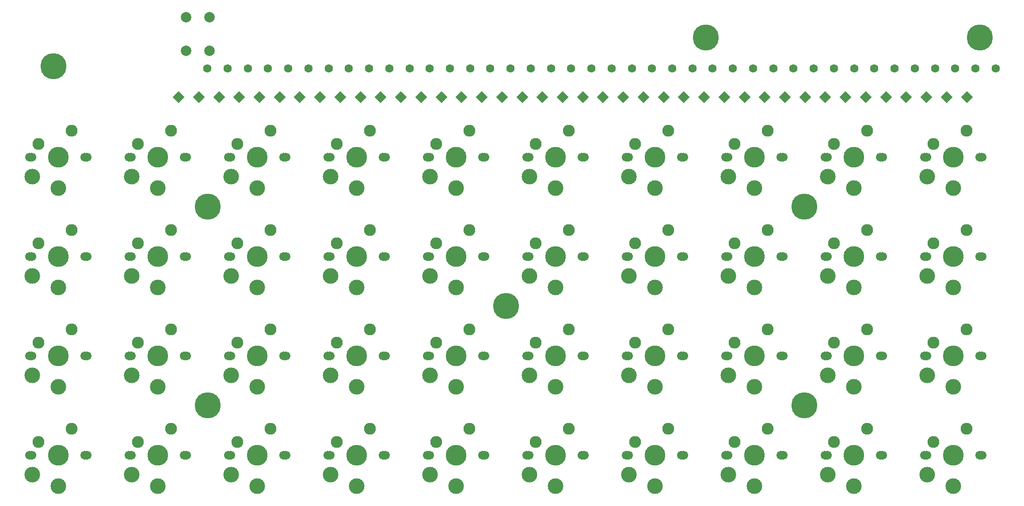
<source format=gts>
G04 #@! TF.GenerationSoftware,KiCad,Pcbnew,6.0.7-f9a2dced07~116~ubuntu20.04.1*
G04 #@! TF.CreationDate,2022-09-18T13:16:26+08:00*
G04 #@! TF.ProjectId,keyboard v3,6b657962-6f61-4726-9420-76332e6b6963,rev?*
G04 #@! TF.SameCoordinates,Original*
G04 #@! TF.FileFunction,Soldermask,Top*
G04 #@! TF.FilePolarity,Negative*
%FSLAX46Y46*%
G04 Gerber Fmt 4.6, Leading zero omitted, Abs format (unit mm)*
G04 Created by KiCad (PCBNEW 6.0.7-f9a2dced07~116~ubuntu20.04.1) date 2022-09-18 13:16:26*
%MOMM*%
%LPD*%
G01*
G04 APERTURE LIST*
G04 Aperture macros list*
%AMRotRect*
0 Rectangle, with rotation*
0 The origin of the aperture is its center*
0 $1 length*
0 $2 width*
0 $3 Rotation angle, in degrees counterclockwise*
0 Add horizontal line*
21,1,$1,$2,0,0,$3*%
G04 Aperture macros list end*
%ADD10C,1.701800*%
%ADD11C,3.000000*%
%ADD12C,3.987800*%
%ADD13C,2.286000*%
%ADD14RotRect,1.600000X1.600000X45.000000*%
%ADD15C,1.600000*%
%ADD16C,5.000000*%
%ADD17C,2.000000*%
G04 APERTURE END LIST*
D10*
X62487500Y-95500000D03*
X73067500Y-95500000D03*
D11*
X62987500Y-99250000D03*
D12*
X67987500Y-95500000D03*
D10*
X73487500Y-95500000D03*
X62907500Y-95500000D03*
D11*
X67987500Y-101450000D03*
D13*
X70527500Y-90420000D03*
X64177500Y-92960000D03*
D14*
X114260548Y-64957716D03*
D15*
X119775980Y-59442284D03*
D10*
X177207500Y-114550000D03*
D12*
X182287500Y-114550000D03*
D10*
X187367500Y-114550000D03*
D11*
X182287500Y-120500000D03*
D10*
X187787500Y-114550000D03*
X176787500Y-114550000D03*
D11*
X177287500Y-118300000D03*
D13*
X184827500Y-109470000D03*
X178477500Y-112010000D03*
D10*
X139107500Y-133600000D03*
D12*
X144187500Y-133600000D03*
D11*
X144187500Y-139550000D03*
D10*
X149267500Y-133600000D03*
X149687500Y-133600000D03*
X138687500Y-133600000D03*
D11*
X139187500Y-137350000D03*
D13*
X146727500Y-128520000D03*
X140377500Y-131060000D03*
D10*
X130217500Y-114550000D03*
X119637500Y-114550000D03*
X120057500Y-114550000D03*
D11*
X125137500Y-120500000D03*
D10*
X130637500Y-114550000D03*
D11*
X120137500Y-118300000D03*
D12*
X125137500Y-114550000D03*
D13*
X127677500Y-109470000D03*
X121327500Y-112010000D03*
D16*
X96567500Y-124080000D03*
X210867500Y-85990000D03*
D11*
X182287500Y-101450000D03*
D10*
X187367500Y-95500000D03*
X176787500Y-95500000D03*
X187787500Y-95500000D03*
X177207500Y-95500000D03*
D12*
X182287500Y-95500000D03*
D11*
X177287500Y-99250000D03*
D13*
X184827500Y-90420000D03*
X178477500Y-92960000D03*
D14*
X106516960Y-64957716D03*
D15*
X112032392Y-59442284D03*
D11*
X82037500Y-137350000D03*
D10*
X92117500Y-133600000D03*
X81537500Y-133600000D03*
D12*
X87037500Y-133600000D03*
D10*
X92537500Y-133600000D03*
X81957500Y-133600000D03*
D11*
X87037500Y-139550000D03*
D13*
X89577500Y-128520000D03*
X83227500Y-131060000D03*
D14*
X211055398Y-64957716D03*
D15*
X216570830Y-59442284D03*
D10*
X234357500Y-114550000D03*
D11*
X234437500Y-118300000D03*
D10*
X233937500Y-114550000D03*
D11*
X239437500Y-120500000D03*
D10*
X244937500Y-114550000D03*
X244517500Y-114550000D03*
D12*
X239437500Y-114550000D03*
D13*
X241977500Y-109470000D03*
X235627500Y-112010000D03*
D16*
X67037500Y-59000000D03*
D10*
X119637500Y-133600000D03*
X130217500Y-133600000D03*
X120057500Y-133600000D03*
D11*
X125137500Y-139550000D03*
D12*
X125137500Y-133600000D03*
D10*
X130637500Y-133600000D03*
D11*
X120137500Y-137350000D03*
D13*
X127677500Y-128520000D03*
X121327500Y-131060000D03*
D11*
X220387500Y-82400000D03*
D10*
X225467500Y-76450000D03*
X215307500Y-76450000D03*
D12*
X220387500Y-76450000D03*
D10*
X214887500Y-76450000D03*
X225887500Y-76450000D03*
D11*
X215387500Y-80200000D03*
D13*
X222927500Y-71370000D03*
X216577500Y-73910000D03*
D10*
X168317500Y-76450000D03*
D11*
X163237500Y-82400000D03*
X158237500Y-80200000D03*
D10*
X168737500Y-76450000D03*
X158157500Y-76450000D03*
X157737500Y-76450000D03*
D12*
X163237500Y-76450000D03*
D13*
X165777500Y-71370000D03*
X159427500Y-73910000D03*
D11*
X177287500Y-137350000D03*
D10*
X177207500Y-133600000D03*
D12*
X182287500Y-133600000D03*
D10*
X187787500Y-133600000D03*
D11*
X182287500Y-139550000D03*
D10*
X176787500Y-133600000D03*
X187367500Y-133600000D03*
D13*
X184827500Y-128520000D03*
X178477500Y-131060000D03*
D10*
X206837500Y-76450000D03*
X195837500Y-76450000D03*
D11*
X196337500Y-80200000D03*
D12*
X201337500Y-76450000D03*
D10*
X196257500Y-76450000D03*
D11*
X201337500Y-82400000D03*
D10*
X206417500Y-76450000D03*
D13*
X203877500Y-71370000D03*
X197527500Y-73910000D03*
D14*
X102645166Y-64957716D03*
D15*
X108160598Y-59442284D03*
D10*
X62487500Y-114550000D03*
X73487500Y-114550000D03*
X73067500Y-114550000D03*
X62907500Y-114550000D03*
D12*
X67987500Y-114550000D03*
D11*
X62987500Y-118300000D03*
X67987500Y-120500000D03*
D13*
X70527500Y-109470000D03*
X64177500Y-112010000D03*
D14*
X195568222Y-64957716D03*
D15*
X201083654Y-59442284D03*
D11*
X163237500Y-101450000D03*
D10*
X157737500Y-95500000D03*
X168737500Y-95500000D03*
X168317500Y-95500000D03*
D11*
X158237500Y-99250000D03*
D12*
X163237500Y-95500000D03*
D10*
X158157500Y-95500000D03*
D13*
X165777500Y-90420000D03*
X159427500Y-92960000D03*
D12*
X201337500Y-133600000D03*
D11*
X201337500Y-139550000D03*
X196337500Y-137350000D03*
D10*
X195837500Y-133600000D03*
X196257500Y-133600000D03*
X206417500Y-133600000D03*
X206837500Y-133600000D03*
D13*
X203877500Y-128520000D03*
X197527500Y-131060000D03*
D16*
X210867500Y-124070000D03*
D12*
X201337500Y-95500000D03*
D10*
X195837500Y-95500000D03*
X206417500Y-95500000D03*
D11*
X196337500Y-99250000D03*
X201337500Y-101450000D03*
D10*
X206837500Y-95500000D03*
X196257500Y-95500000D03*
D13*
X203877500Y-90420000D03*
X197527500Y-92960000D03*
D14*
X141363106Y-64957716D03*
D15*
X146878538Y-59442284D03*
D14*
X149106694Y-64957716D03*
D15*
X154622126Y-59442284D03*
D14*
X164593870Y-64957716D03*
D15*
X170109302Y-59442284D03*
D14*
X118132342Y-64957716D03*
D15*
X123647774Y-59442284D03*
D14*
X222670780Y-64957716D03*
D15*
X228186212Y-59442284D03*
D14*
X226542574Y-64957716D03*
D15*
X232058006Y-59442284D03*
D14*
X203311810Y-64957716D03*
D15*
X208827242Y-59442284D03*
D11*
X120137500Y-80200000D03*
D10*
X130217500Y-76450000D03*
D11*
X125137500Y-82400000D03*
D10*
X119637500Y-76450000D03*
X130637500Y-76450000D03*
D12*
X125137500Y-76450000D03*
D10*
X120057500Y-76450000D03*
D13*
X127677500Y-71370000D03*
X121327500Y-73910000D03*
D14*
X156850282Y-64957716D03*
D15*
X162365714Y-59442284D03*
D10*
X100587500Y-133600000D03*
X101007500Y-133600000D03*
D11*
X106087500Y-139550000D03*
D12*
X106087500Y-133600000D03*
D10*
X111587500Y-133600000D03*
D11*
X101087500Y-137350000D03*
D10*
X111167500Y-133600000D03*
D13*
X108627500Y-128520000D03*
X102277500Y-131060000D03*
D14*
X230414368Y-64957716D03*
D15*
X235929800Y-59442284D03*
D14*
X125875930Y-64957716D03*
D15*
X131391362Y-59442284D03*
D16*
X153717500Y-105020000D03*
D10*
X244517500Y-133600000D03*
D11*
X234437500Y-137350000D03*
X239437500Y-139550000D03*
D10*
X234357500Y-133600000D03*
D12*
X239437500Y-133600000D03*
D10*
X244937500Y-133600000D03*
X233937500Y-133600000D03*
D13*
X241977500Y-128520000D03*
X235627500Y-131060000D03*
D16*
X192037500Y-53500000D03*
D11*
X144187500Y-101450000D03*
D10*
X139107500Y-95500000D03*
D12*
X144187500Y-95500000D03*
D10*
X149267500Y-95500000D03*
X138687500Y-95500000D03*
X149687500Y-95500000D03*
D11*
X139187500Y-99250000D03*
D13*
X146727500Y-90420000D03*
X140377500Y-92960000D03*
D14*
X152978488Y-64957716D03*
D15*
X158493920Y-59442284D03*
D14*
X214927192Y-64957716D03*
D15*
X220442624Y-59442284D03*
D10*
X138687500Y-76450000D03*
X149267500Y-76450000D03*
D12*
X144187500Y-76450000D03*
D10*
X139107500Y-76450000D03*
D11*
X144187500Y-82400000D03*
D10*
X149687500Y-76450000D03*
D11*
X139187500Y-80200000D03*
D13*
X146727500Y-71370000D03*
X140377500Y-73910000D03*
D10*
X111167500Y-114550000D03*
D11*
X101087500Y-118300000D03*
X106087500Y-120500000D03*
D10*
X101007500Y-114550000D03*
D12*
X106087500Y-114550000D03*
D10*
X100587500Y-114550000D03*
X111587500Y-114550000D03*
D13*
X108627500Y-109470000D03*
X102277500Y-112010000D03*
D14*
X234286162Y-64957716D03*
D15*
X239801594Y-59442284D03*
D14*
X145234900Y-64957716D03*
D15*
X150750332Y-59442284D03*
D14*
X137491312Y-64957716D03*
D15*
X143006744Y-59442284D03*
D10*
X244517500Y-76450000D03*
D12*
X239437500Y-76450000D03*
D11*
X239437500Y-82400000D03*
X234437500Y-80200000D03*
D10*
X234357500Y-76450000D03*
X244937500Y-76450000D03*
X233937500Y-76450000D03*
D13*
X241977500Y-71370000D03*
X235627500Y-73910000D03*
D10*
X81537500Y-95500000D03*
D11*
X87037500Y-101450000D03*
X82037500Y-99250000D03*
D10*
X92537500Y-95500000D03*
X81957500Y-95500000D03*
D12*
X87037500Y-95500000D03*
D10*
X92117500Y-95500000D03*
D13*
X89577500Y-90420000D03*
X83227500Y-92960000D03*
D11*
X215387500Y-118300000D03*
D10*
X214887500Y-114550000D03*
X225467500Y-114550000D03*
D11*
X220387500Y-120500000D03*
D10*
X225887500Y-114550000D03*
X215307500Y-114550000D03*
D12*
X220387500Y-114550000D03*
D13*
X222927500Y-109470000D03*
X216577500Y-112010000D03*
D14*
X191696428Y-64957716D03*
D15*
X197211860Y-59442284D03*
D10*
X138687500Y-114550000D03*
D11*
X144187500Y-120500000D03*
D10*
X139107500Y-114550000D03*
D11*
X139187500Y-118300000D03*
D10*
X149267500Y-114550000D03*
X149687500Y-114550000D03*
D12*
X144187500Y-114550000D03*
D13*
X146727500Y-109470000D03*
X140377500Y-112010000D03*
D10*
X225467500Y-95500000D03*
D11*
X215387500Y-99250000D03*
D12*
X220387500Y-95500000D03*
D11*
X220387500Y-101450000D03*
D10*
X215307500Y-95500000D03*
X214887500Y-95500000D03*
X225887500Y-95500000D03*
D13*
X222927500Y-90420000D03*
X216577500Y-92960000D03*
D11*
X62987500Y-137350000D03*
D12*
X67987500Y-133600000D03*
D10*
X73487500Y-133600000D03*
X62487500Y-133600000D03*
X62907500Y-133600000D03*
X73067500Y-133600000D03*
D11*
X67987500Y-139550000D03*
D13*
X70527500Y-128520000D03*
X64177500Y-131060000D03*
D16*
X244537500Y-53500000D03*
D14*
X207183604Y-64957716D03*
D15*
X212699036Y-59442284D03*
D14*
X242029750Y-64957716D03*
D15*
X247545182Y-59442284D03*
D14*
X94901578Y-64957716D03*
D15*
X100417010Y-59442284D03*
D14*
X110388754Y-64957716D03*
D15*
X115904186Y-59442284D03*
D11*
X82037500Y-118300000D03*
D12*
X87037500Y-114550000D03*
D10*
X92117500Y-114550000D03*
X92537500Y-114550000D03*
X81957500Y-114550000D03*
D11*
X87037500Y-120500000D03*
D10*
X81537500Y-114550000D03*
D13*
X89577500Y-109470000D03*
X83227500Y-112010000D03*
D14*
X172337458Y-64957716D03*
D15*
X177852890Y-59442284D03*
D11*
X62987500Y-80200000D03*
D10*
X62907500Y-76450000D03*
X73067500Y-76450000D03*
X73487500Y-76450000D03*
D11*
X67987500Y-82400000D03*
D10*
X62487500Y-76450000D03*
D12*
X67987500Y-76450000D03*
D13*
X70527500Y-71370000D03*
X64177500Y-73910000D03*
D14*
X122004136Y-64957716D03*
D15*
X127519568Y-59442284D03*
D16*
X96577500Y-85970000D03*
D14*
X199440016Y-64957716D03*
D15*
X204955448Y-59442284D03*
D11*
X120137500Y-99250000D03*
D10*
X130637500Y-95500000D03*
D12*
X125137500Y-95500000D03*
D10*
X130217500Y-95500000D03*
X119637500Y-95500000D03*
X120057500Y-95500000D03*
D11*
X125137500Y-101450000D03*
D13*
X127677500Y-90420000D03*
X121327500Y-92960000D03*
D14*
X168465664Y-64957716D03*
D15*
X173981096Y-59442284D03*
D14*
X91029784Y-64957716D03*
D15*
X96545216Y-59442284D03*
D11*
X163237500Y-139550000D03*
D12*
X163237500Y-133600000D03*
D10*
X168317500Y-133600000D03*
X157737500Y-133600000D03*
X168737500Y-133600000D03*
X158157500Y-133600000D03*
D11*
X158237500Y-137350000D03*
D13*
X165777500Y-128520000D03*
X159427500Y-131060000D03*
D11*
X158237500Y-118300000D03*
D10*
X168737500Y-114550000D03*
X158157500Y-114550000D03*
D11*
X163237500Y-120500000D03*
D10*
X157737500Y-114550000D03*
D12*
X163237500Y-114550000D03*
D10*
X168317500Y-114550000D03*
D13*
X165777500Y-109470000D03*
X159427500Y-112010000D03*
D14*
X218798986Y-64957716D03*
D15*
X224314418Y-59442284D03*
D10*
X187787500Y-76450000D03*
X177207500Y-76450000D03*
D11*
X177287500Y-80200000D03*
D12*
X182287500Y-76450000D03*
D10*
X187367500Y-76450000D03*
D11*
X182287500Y-82400000D03*
D10*
X176787500Y-76450000D03*
D13*
X184827500Y-71370000D03*
X178477500Y-73910000D03*
D14*
X176209252Y-64957716D03*
D15*
X181724684Y-59442284D03*
D14*
X187824634Y-64957716D03*
D15*
X193340066Y-59442284D03*
D10*
X101007500Y-95500000D03*
D12*
X106087500Y-95500000D03*
D11*
X106087500Y-101450000D03*
D10*
X111167500Y-95500000D03*
D11*
X101087500Y-99250000D03*
D10*
X100587500Y-95500000D03*
X111587500Y-95500000D03*
D13*
X108627500Y-90420000D03*
X102277500Y-92960000D03*
D10*
X100587500Y-76450000D03*
X111167500Y-76450000D03*
X111587500Y-76450000D03*
D11*
X101087500Y-80200000D03*
D12*
X106087500Y-76450000D03*
D11*
X106087500Y-82400000D03*
D10*
X101007500Y-76450000D03*
D13*
X108627500Y-71370000D03*
X102277500Y-73910000D03*
D11*
X87037500Y-82400000D03*
D10*
X92537500Y-76450000D03*
X81537500Y-76450000D03*
X92117500Y-76450000D03*
X81957500Y-76450000D03*
D11*
X82037500Y-80200000D03*
D12*
X87037500Y-76450000D03*
D13*
X89577500Y-71370000D03*
X83227500Y-73910000D03*
D14*
X98773372Y-64957716D03*
D15*
X104288804Y-59442284D03*
D10*
X233937500Y-95500000D03*
X244937500Y-95500000D03*
D11*
X239437500Y-101450000D03*
D10*
X244517500Y-95500000D03*
D12*
X239437500Y-95500000D03*
D11*
X234437500Y-99250000D03*
D10*
X234357500Y-95500000D03*
D13*
X241977500Y-90420000D03*
X235627500Y-92960000D03*
D14*
X238157956Y-64957716D03*
D15*
X243673388Y-59442284D03*
D14*
X133619518Y-64957716D03*
D15*
X139134950Y-59442284D03*
D10*
X215307500Y-133600000D03*
D11*
X220387500Y-139550000D03*
D10*
X225887500Y-133600000D03*
D11*
X215387500Y-137350000D03*
D12*
X220387500Y-133600000D03*
D10*
X225467500Y-133600000D03*
X214887500Y-133600000D03*
D13*
X222927500Y-128520000D03*
X216577500Y-131060000D03*
D14*
X129747724Y-64957716D03*
D15*
X135263156Y-59442284D03*
D14*
X180081046Y-64957716D03*
D15*
X185596478Y-59442284D03*
D14*
X183952840Y-64957716D03*
D15*
X189468272Y-59442284D03*
D10*
X196257500Y-114550000D03*
X206837500Y-114550000D03*
D11*
X201337500Y-120500000D03*
D12*
X201337500Y-114550000D03*
D10*
X206417500Y-114550000D03*
D11*
X196337500Y-118300000D03*
D10*
X195837500Y-114550000D03*
D13*
X203877500Y-109470000D03*
X197527500Y-112010000D03*
D14*
X160722076Y-64957716D03*
D15*
X166237508Y-59442284D03*
D17*
X92437500Y-49600000D03*
X92437500Y-56100000D03*
X96937500Y-56100000D03*
X96937500Y-49600000D03*
M02*

</source>
